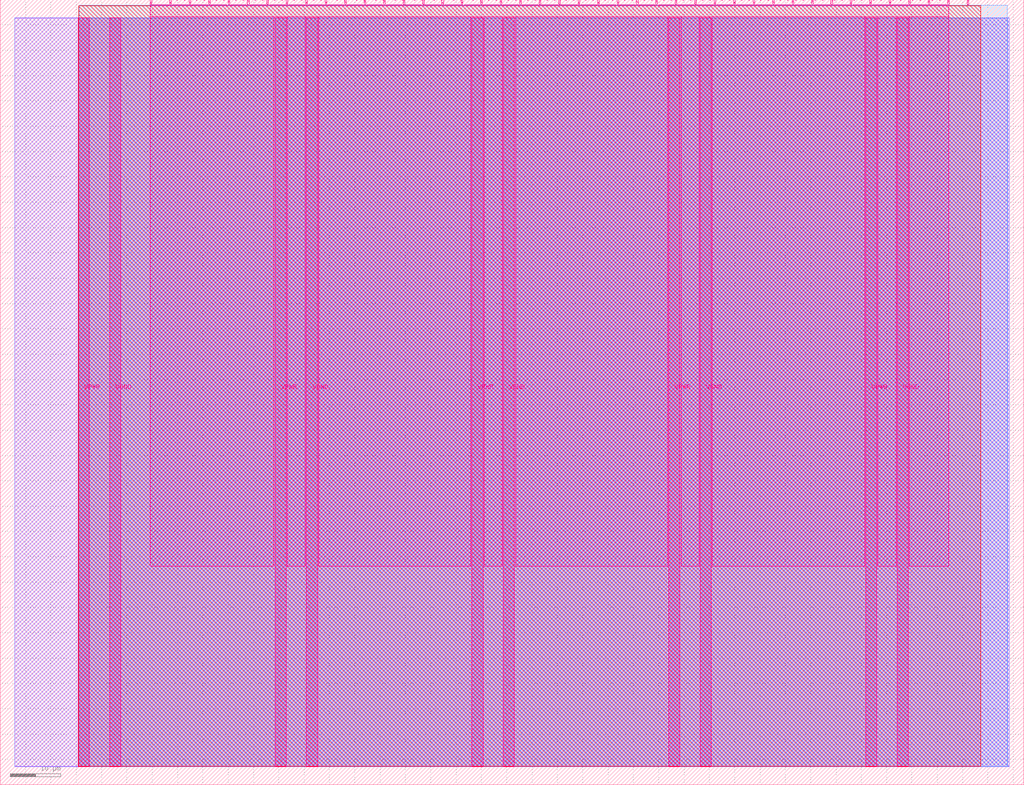
<source format=lef>
VERSION 5.7 ;
  NOWIREEXTENSIONATPIN ON ;
  DIVIDERCHAR "/" ;
  BUSBITCHARS "[]" ;
MACRO tt_um_tinysynth
  CLASS BLOCK ;
  FOREIGN tt_um_tinysynth ;
  ORIGIN 0.000 0.000 ;
  SIZE 202.080 BY 154.980 ;
  PIN VGND
    DIRECTION INOUT ;
    USE GROUND ;
    PORT
      LAYER Metal5 ;
        RECT 21.580 3.560 23.780 151.420 ;
    END
    PORT
      LAYER Metal5 ;
        RECT 60.450 3.560 62.650 151.420 ;
    END
    PORT
      LAYER Metal5 ;
        RECT 99.320 3.560 101.520 151.420 ;
    END
    PORT
      LAYER Metal5 ;
        RECT 138.190 3.560 140.390 151.420 ;
    END
    PORT
      LAYER Metal5 ;
        RECT 177.060 3.560 179.260 151.420 ;
    END
  END VGND
  PIN VPWR
    DIRECTION INOUT ;
    USE POWER ;
    PORT
      LAYER Metal5 ;
        RECT 15.380 3.560 17.580 151.420 ;
    END
    PORT
      LAYER Metal5 ;
        RECT 54.250 3.560 56.450 151.420 ;
    END
    PORT
      LAYER Metal5 ;
        RECT 93.120 3.560 95.320 151.420 ;
    END
    PORT
      LAYER Metal5 ;
        RECT 131.990 3.560 134.190 151.420 ;
    END
    PORT
      LAYER Metal5 ;
        RECT 170.860 3.560 173.060 151.420 ;
    END
  END VPWR
  PIN clk
    DIRECTION INPUT ;
    USE SIGNAL ;
    ANTENNAGATEAREA 0.213200 ;
    PORT
      LAYER Metal5 ;
        RECT 187.050 153.980 187.350 154.980 ;
    END
  END clk
  PIN ena
    DIRECTION INPUT ;
    USE SIGNAL ;
    PORT
      LAYER Metal5 ;
        RECT 190.890 153.980 191.190 154.980 ;
    END
  END ena
  PIN rst_n
    DIRECTION INPUT ;
    USE SIGNAL ;
    ANTENNAGATEAREA 0.213200 ;
    PORT
      LAYER Metal5 ;
        RECT 183.210 153.980 183.510 154.980 ;
    END
  END rst_n
  PIN ui_in[0]
    DIRECTION INPUT ;
    USE SIGNAL ;
    ANTENNAGATEAREA 0.180700 ;
    PORT
      LAYER Metal5 ;
        RECT 179.370 153.980 179.670 154.980 ;
    END
  END ui_in[0]
  PIN ui_in[1]
    DIRECTION INPUT ;
    USE SIGNAL ;
    PORT
      LAYER Metal5 ;
        RECT 175.530 153.980 175.830 154.980 ;
    END
  END ui_in[1]
  PIN ui_in[2]
    DIRECTION INPUT ;
    USE SIGNAL ;
    PORT
      LAYER Metal5 ;
        RECT 171.690 153.980 171.990 154.980 ;
    END
  END ui_in[2]
  PIN ui_in[3]
    DIRECTION INPUT ;
    USE SIGNAL ;
    PORT
      LAYER Metal5 ;
        RECT 167.850 153.980 168.150 154.980 ;
    END
  END ui_in[3]
  PIN ui_in[4]
    DIRECTION INPUT ;
    USE SIGNAL ;
    PORT
      LAYER Metal5 ;
        RECT 164.010 153.980 164.310 154.980 ;
    END
  END ui_in[4]
  PIN ui_in[5]
    DIRECTION INPUT ;
    USE SIGNAL ;
    PORT
      LAYER Metal5 ;
        RECT 160.170 153.980 160.470 154.980 ;
    END
  END ui_in[5]
  PIN ui_in[6]
    DIRECTION INPUT ;
    USE SIGNAL ;
    PORT
      LAYER Metal5 ;
        RECT 156.330 153.980 156.630 154.980 ;
    END
  END ui_in[6]
  PIN ui_in[7]
    DIRECTION INPUT ;
    USE SIGNAL ;
    PORT
      LAYER Metal5 ;
        RECT 152.490 153.980 152.790 154.980 ;
    END
  END ui_in[7]
  PIN uio_in[0]
    DIRECTION INPUT ;
    USE SIGNAL ;
    PORT
      LAYER Metal5 ;
        RECT 148.650 153.980 148.950 154.980 ;
    END
  END uio_in[0]
  PIN uio_in[1]
    DIRECTION INPUT ;
    USE SIGNAL ;
    PORT
      LAYER Metal5 ;
        RECT 144.810 153.980 145.110 154.980 ;
    END
  END uio_in[1]
  PIN uio_in[2]
    DIRECTION INPUT ;
    USE SIGNAL ;
    PORT
      LAYER Metal5 ;
        RECT 140.970 153.980 141.270 154.980 ;
    END
  END uio_in[2]
  PIN uio_in[3]
    DIRECTION INPUT ;
    USE SIGNAL ;
    PORT
      LAYER Metal5 ;
        RECT 137.130 153.980 137.430 154.980 ;
    END
  END uio_in[3]
  PIN uio_in[4]
    DIRECTION INPUT ;
    USE SIGNAL ;
    PORT
      LAYER Metal5 ;
        RECT 133.290 153.980 133.590 154.980 ;
    END
  END uio_in[4]
  PIN uio_in[5]
    DIRECTION INPUT ;
    USE SIGNAL ;
    PORT
      LAYER Metal5 ;
        RECT 129.450 153.980 129.750 154.980 ;
    END
  END uio_in[5]
  PIN uio_in[6]
    DIRECTION INPUT ;
    USE SIGNAL ;
    PORT
      LAYER Metal5 ;
        RECT 125.610 153.980 125.910 154.980 ;
    END
  END uio_in[6]
  PIN uio_in[7]
    DIRECTION INPUT ;
    USE SIGNAL ;
    PORT
      LAYER Metal5 ;
        RECT 121.770 153.980 122.070 154.980 ;
    END
  END uio_in[7]
  PIN uio_oe[0]
    DIRECTION OUTPUT ;
    USE SIGNAL ;
    ANTENNADIFFAREA 0.299200 ;
    PORT
      LAYER Metal5 ;
        RECT 56.490 153.980 56.790 154.980 ;
    END
  END uio_oe[0]
  PIN uio_oe[1]
    DIRECTION OUTPUT ;
    USE SIGNAL ;
    ANTENNADIFFAREA 0.299200 ;
    PORT
      LAYER Metal5 ;
        RECT 52.650 153.980 52.950 154.980 ;
    END
  END uio_oe[1]
  PIN uio_oe[2]
    DIRECTION OUTPUT ;
    USE SIGNAL ;
    ANTENNADIFFAREA 0.299200 ;
    PORT
      LAYER Metal5 ;
        RECT 48.810 153.980 49.110 154.980 ;
    END
  END uio_oe[2]
  PIN uio_oe[3]
    DIRECTION OUTPUT ;
    USE SIGNAL ;
    ANTENNADIFFAREA 0.299200 ;
    PORT
      LAYER Metal5 ;
        RECT 44.970 153.980 45.270 154.980 ;
    END
  END uio_oe[3]
  PIN uio_oe[4]
    DIRECTION OUTPUT ;
    USE SIGNAL ;
    ANTENNADIFFAREA 0.299200 ;
    PORT
      LAYER Metal5 ;
        RECT 41.130 153.980 41.430 154.980 ;
    END
  END uio_oe[4]
  PIN uio_oe[5]
    DIRECTION OUTPUT ;
    USE SIGNAL ;
    ANTENNADIFFAREA 0.299200 ;
    PORT
      LAYER Metal5 ;
        RECT 37.290 153.980 37.590 154.980 ;
    END
  END uio_oe[5]
  PIN uio_oe[6]
    DIRECTION OUTPUT ;
    USE SIGNAL ;
    ANTENNADIFFAREA 0.299200 ;
    PORT
      LAYER Metal5 ;
        RECT 33.450 153.980 33.750 154.980 ;
    END
  END uio_oe[6]
  PIN uio_oe[7]
    DIRECTION OUTPUT ;
    USE SIGNAL ;
    ANTENNADIFFAREA 0.299200 ;
    PORT
      LAYER Metal5 ;
        RECT 29.610 153.980 29.910 154.980 ;
    END
  END uio_oe[7]
  PIN uio_out[0]
    DIRECTION OUTPUT ;
    USE SIGNAL ;
    ANTENNADIFFAREA 0.299200 ;
    PORT
      LAYER Metal5 ;
        RECT 87.210 153.980 87.510 154.980 ;
    END
  END uio_out[0]
  PIN uio_out[1]
    DIRECTION OUTPUT ;
    USE SIGNAL ;
    ANTENNADIFFAREA 0.299200 ;
    PORT
      LAYER Metal5 ;
        RECT 83.370 153.980 83.670 154.980 ;
    END
  END uio_out[1]
  PIN uio_out[2]
    DIRECTION OUTPUT ;
    USE SIGNAL ;
    ANTENNADIFFAREA 0.299200 ;
    PORT
      LAYER Metal5 ;
        RECT 79.530 153.980 79.830 154.980 ;
    END
  END uio_out[2]
  PIN uio_out[3]
    DIRECTION OUTPUT ;
    USE SIGNAL ;
    ANTENNADIFFAREA 0.299200 ;
    PORT
      LAYER Metal5 ;
        RECT 75.690 153.980 75.990 154.980 ;
    END
  END uio_out[3]
  PIN uio_out[4]
    DIRECTION OUTPUT ;
    USE SIGNAL ;
    ANTENNADIFFAREA 0.299200 ;
    PORT
      LAYER Metal5 ;
        RECT 71.850 153.980 72.150 154.980 ;
    END
  END uio_out[4]
  PIN uio_out[5]
    DIRECTION OUTPUT ;
    USE SIGNAL ;
    ANTENNADIFFAREA 0.299200 ;
    PORT
      LAYER Metal5 ;
        RECT 68.010 153.980 68.310 154.980 ;
    END
  END uio_out[5]
  PIN uio_out[6]
    DIRECTION OUTPUT ;
    USE SIGNAL ;
    ANTENNADIFFAREA 0.299200 ;
    PORT
      LAYER Metal5 ;
        RECT 64.170 153.980 64.470 154.980 ;
    END
  END uio_out[6]
  PIN uio_out[7]
    DIRECTION OUTPUT ;
    USE SIGNAL ;
    ANTENNADIFFAREA 0.299200 ;
    PORT
      LAYER Metal5 ;
        RECT 60.330 153.980 60.630 154.980 ;
    END
  END uio_out[7]
  PIN uo_out[0]
    DIRECTION OUTPUT ;
    USE SIGNAL ;
    ANTENNADIFFAREA 0.654800 ;
    PORT
      LAYER Metal5 ;
        RECT 117.930 153.980 118.230 154.980 ;
    END
  END uo_out[0]
  PIN uo_out[1]
    DIRECTION OUTPUT ;
    USE SIGNAL ;
    ANTENNADIFFAREA 0.299200 ;
    PORT
      LAYER Metal5 ;
        RECT 114.090 153.980 114.390 154.980 ;
    END
  END uo_out[1]
  PIN uo_out[2]
    DIRECTION OUTPUT ;
    USE SIGNAL ;
    ANTENNADIFFAREA 0.299200 ;
    PORT
      LAYER Metal5 ;
        RECT 110.250 153.980 110.550 154.980 ;
    END
  END uo_out[2]
  PIN uo_out[3]
    DIRECTION OUTPUT ;
    USE SIGNAL ;
    ANTENNADIFFAREA 0.299200 ;
    PORT
      LAYER Metal5 ;
        RECT 106.410 153.980 106.710 154.980 ;
    END
  END uo_out[3]
  PIN uo_out[4]
    DIRECTION OUTPUT ;
    USE SIGNAL ;
    ANTENNADIFFAREA 0.299200 ;
    PORT
      LAYER Metal5 ;
        RECT 102.570 153.980 102.870 154.980 ;
    END
  END uo_out[4]
  PIN uo_out[5]
    DIRECTION OUTPUT ;
    USE SIGNAL ;
    ANTENNADIFFAREA 0.299200 ;
    PORT
      LAYER Metal5 ;
        RECT 98.730 153.980 99.030 154.980 ;
    END
  END uo_out[5]
  PIN uo_out[6]
    DIRECTION OUTPUT ;
    USE SIGNAL ;
    ANTENNADIFFAREA 0.299200 ;
    PORT
      LAYER Metal5 ;
        RECT 94.890 153.980 95.190 154.980 ;
    END
  END uo_out[6]
  PIN uo_out[7]
    DIRECTION OUTPUT ;
    USE SIGNAL ;
    ANTENNADIFFAREA 0.299200 ;
    PORT
      LAYER Metal5 ;
        RECT 91.050 153.980 91.350 154.980 ;
    END
  END uo_out[7]
  OBS
      LAYER GatPoly ;
        RECT 2.880 3.630 199.200 151.350 ;
      LAYER Metal1 ;
        RECT 2.880 3.560 199.200 151.420 ;
      LAYER Metal2 ;
        RECT 15.515 3.680 198.865 151.300 ;
      LAYER Metal3 ;
        RECT 15.560 3.635 198.820 153.865 ;
      LAYER Metal4 ;
        RECT 15.515 3.680 193.585 153.820 ;
      LAYER Metal5 ;
        RECT 30.120 153.770 33.240 153.980 ;
        RECT 33.960 153.770 37.080 153.980 ;
        RECT 37.800 153.770 40.920 153.980 ;
        RECT 41.640 153.770 44.760 153.980 ;
        RECT 45.480 153.770 48.600 153.980 ;
        RECT 49.320 153.770 52.440 153.980 ;
        RECT 53.160 153.770 56.280 153.980 ;
        RECT 57.000 153.770 60.120 153.980 ;
        RECT 60.840 153.770 63.960 153.980 ;
        RECT 64.680 153.770 67.800 153.980 ;
        RECT 68.520 153.770 71.640 153.980 ;
        RECT 72.360 153.770 75.480 153.980 ;
        RECT 76.200 153.770 79.320 153.980 ;
        RECT 80.040 153.770 83.160 153.980 ;
        RECT 83.880 153.770 87.000 153.980 ;
        RECT 87.720 153.770 90.840 153.980 ;
        RECT 91.560 153.770 94.680 153.980 ;
        RECT 95.400 153.770 98.520 153.980 ;
        RECT 99.240 153.770 102.360 153.980 ;
        RECT 103.080 153.770 106.200 153.980 ;
        RECT 106.920 153.770 110.040 153.980 ;
        RECT 110.760 153.770 113.880 153.980 ;
        RECT 114.600 153.770 117.720 153.980 ;
        RECT 118.440 153.770 121.560 153.980 ;
        RECT 122.280 153.770 125.400 153.980 ;
        RECT 126.120 153.770 129.240 153.980 ;
        RECT 129.960 153.770 133.080 153.980 ;
        RECT 133.800 153.770 136.920 153.980 ;
        RECT 137.640 153.770 140.760 153.980 ;
        RECT 141.480 153.770 144.600 153.980 ;
        RECT 145.320 153.770 148.440 153.980 ;
        RECT 149.160 153.770 152.280 153.980 ;
        RECT 153.000 153.770 156.120 153.980 ;
        RECT 156.840 153.770 159.960 153.980 ;
        RECT 160.680 153.770 163.800 153.980 ;
        RECT 164.520 153.770 167.640 153.980 ;
        RECT 168.360 153.770 171.480 153.980 ;
        RECT 172.200 153.770 175.320 153.980 ;
        RECT 176.040 153.770 179.160 153.980 ;
        RECT 179.880 153.770 183.000 153.980 ;
        RECT 183.720 153.770 186.840 153.980 ;
        RECT 29.660 151.630 187.300 153.770 ;
        RECT 29.660 43.115 54.040 151.630 ;
        RECT 56.660 43.115 60.240 151.630 ;
        RECT 62.860 43.115 92.910 151.630 ;
        RECT 95.530 43.115 99.110 151.630 ;
        RECT 101.730 43.115 131.780 151.630 ;
        RECT 134.400 43.115 137.980 151.630 ;
        RECT 140.600 43.115 170.650 151.630 ;
        RECT 173.270 43.115 176.850 151.630 ;
        RECT 179.470 43.115 187.300 151.630 ;
  END
END tt_um_tinysynth
END LIBRARY


</source>
